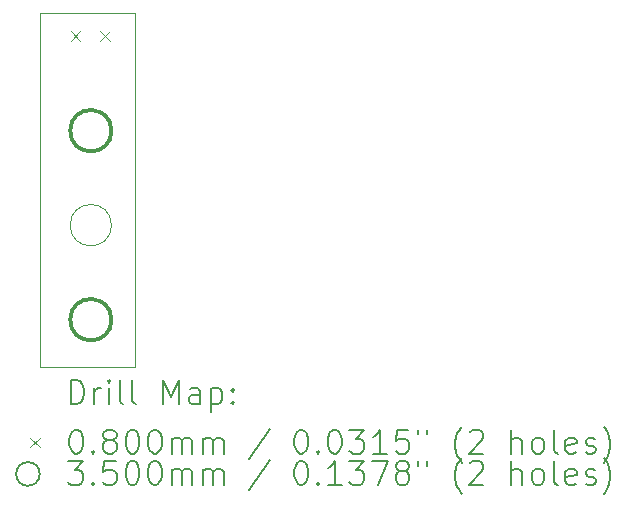
<source format=gbr>
%TF.GenerationSoftware,KiCad,Pcbnew,7.0.9*%
%TF.CreationDate,2024-01-07T20:37:43-07:00*%
%TF.ProjectId,screw_switch,73637265-775f-4737-9769-7463682e6b69,rev?*%
%TF.SameCoordinates,Original*%
%TF.FileFunction,Drillmap*%
%TF.FilePolarity,Positive*%
%FSLAX45Y45*%
G04 Gerber Fmt 4.5, Leading zero omitted, Abs format (unit mm)*
G04 Created by KiCad (PCBNEW 7.0.9) date 2024-01-07 20:37:43*
%MOMM*%
%LPD*%
G01*
G04 APERTURE LIST*
%ADD10C,0.050000*%
%ADD11C,0.200000*%
%ADD12C,0.100000*%
%ADD13C,0.350000*%
G04 APERTURE END LIST*
D10*
X15405047Y-9300000D02*
G75*
G03*
X15405047Y-9300000I-175047J0D01*
G01*
X14800000Y-7500000D02*
X15600000Y-7500000D01*
X15600000Y-10500000D01*
X14800000Y-10500000D01*
X14800000Y-7500000D01*
D11*
D12*
X15060110Y-7660360D02*
X15140110Y-7740360D01*
X15140110Y-7660360D02*
X15060110Y-7740360D01*
X15310110Y-7660360D02*
X15390110Y-7740360D01*
X15390110Y-7660360D02*
X15310110Y-7740360D01*
D13*
X15405110Y-8500360D02*
G75*
G03*
X15405110Y-8500360I-175000J0D01*
G01*
X15405110Y-10100360D02*
G75*
G03*
X15405110Y-10100360I-175000J0D01*
G01*
D11*
X15058277Y-10813984D02*
X15058277Y-10613984D01*
X15058277Y-10613984D02*
X15105896Y-10613984D01*
X15105896Y-10613984D02*
X15134467Y-10623508D01*
X15134467Y-10623508D02*
X15153515Y-10642555D01*
X15153515Y-10642555D02*
X15163039Y-10661603D01*
X15163039Y-10661603D02*
X15172562Y-10699698D01*
X15172562Y-10699698D02*
X15172562Y-10728270D01*
X15172562Y-10728270D02*
X15163039Y-10766365D01*
X15163039Y-10766365D02*
X15153515Y-10785412D01*
X15153515Y-10785412D02*
X15134467Y-10804460D01*
X15134467Y-10804460D02*
X15105896Y-10813984D01*
X15105896Y-10813984D02*
X15058277Y-10813984D01*
X15258277Y-10813984D02*
X15258277Y-10680650D01*
X15258277Y-10718746D02*
X15267801Y-10699698D01*
X15267801Y-10699698D02*
X15277324Y-10690174D01*
X15277324Y-10690174D02*
X15296372Y-10680650D01*
X15296372Y-10680650D02*
X15315420Y-10680650D01*
X15382086Y-10813984D02*
X15382086Y-10680650D01*
X15382086Y-10613984D02*
X15372562Y-10623508D01*
X15372562Y-10623508D02*
X15382086Y-10633031D01*
X15382086Y-10633031D02*
X15391610Y-10623508D01*
X15391610Y-10623508D02*
X15382086Y-10613984D01*
X15382086Y-10613984D02*
X15382086Y-10633031D01*
X15505896Y-10813984D02*
X15486848Y-10804460D01*
X15486848Y-10804460D02*
X15477324Y-10785412D01*
X15477324Y-10785412D02*
X15477324Y-10613984D01*
X15610658Y-10813984D02*
X15591610Y-10804460D01*
X15591610Y-10804460D02*
X15582086Y-10785412D01*
X15582086Y-10785412D02*
X15582086Y-10613984D01*
X15839229Y-10813984D02*
X15839229Y-10613984D01*
X15839229Y-10613984D02*
X15905896Y-10756841D01*
X15905896Y-10756841D02*
X15972562Y-10613984D01*
X15972562Y-10613984D02*
X15972562Y-10813984D01*
X16153515Y-10813984D02*
X16153515Y-10709222D01*
X16153515Y-10709222D02*
X16143991Y-10690174D01*
X16143991Y-10690174D02*
X16124943Y-10680650D01*
X16124943Y-10680650D02*
X16086848Y-10680650D01*
X16086848Y-10680650D02*
X16067801Y-10690174D01*
X16153515Y-10804460D02*
X16134467Y-10813984D01*
X16134467Y-10813984D02*
X16086848Y-10813984D01*
X16086848Y-10813984D02*
X16067801Y-10804460D01*
X16067801Y-10804460D02*
X16058277Y-10785412D01*
X16058277Y-10785412D02*
X16058277Y-10766365D01*
X16058277Y-10766365D02*
X16067801Y-10747317D01*
X16067801Y-10747317D02*
X16086848Y-10737793D01*
X16086848Y-10737793D02*
X16134467Y-10737793D01*
X16134467Y-10737793D02*
X16153515Y-10728270D01*
X16248753Y-10680650D02*
X16248753Y-10880650D01*
X16248753Y-10690174D02*
X16267801Y-10680650D01*
X16267801Y-10680650D02*
X16305896Y-10680650D01*
X16305896Y-10680650D02*
X16324943Y-10690174D01*
X16324943Y-10690174D02*
X16334467Y-10699698D01*
X16334467Y-10699698D02*
X16343991Y-10718746D01*
X16343991Y-10718746D02*
X16343991Y-10775889D01*
X16343991Y-10775889D02*
X16334467Y-10794936D01*
X16334467Y-10794936D02*
X16324943Y-10804460D01*
X16324943Y-10804460D02*
X16305896Y-10813984D01*
X16305896Y-10813984D02*
X16267801Y-10813984D01*
X16267801Y-10813984D02*
X16248753Y-10804460D01*
X16429705Y-10794936D02*
X16439229Y-10804460D01*
X16439229Y-10804460D02*
X16429705Y-10813984D01*
X16429705Y-10813984D02*
X16420182Y-10804460D01*
X16420182Y-10804460D02*
X16429705Y-10794936D01*
X16429705Y-10794936D02*
X16429705Y-10813984D01*
X16429705Y-10690174D02*
X16439229Y-10699698D01*
X16439229Y-10699698D02*
X16429705Y-10709222D01*
X16429705Y-10709222D02*
X16420182Y-10699698D01*
X16420182Y-10699698D02*
X16429705Y-10690174D01*
X16429705Y-10690174D02*
X16429705Y-10709222D01*
D12*
X14717500Y-11102500D02*
X14797500Y-11182500D01*
X14797500Y-11102500D02*
X14717500Y-11182500D01*
D11*
X15096372Y-11033984D02*
X15115420Y-11033984D01*
X15115420Y-11033984D02*
X15134467Y-11043508D01*
X15134467Y-11043508D02*
X15143991Y-11053031D01*
X15143991Y-11053031D02*
X15153515Y-11072079D01*
X15153515Y-11072079D02*
X15163039Y-11110174D01*
X15163039Y-11110174D02*
X15163039Y-11157793D01*
X15163039Y-11157793D02*
X15153515Y-11195888D01*
X15153515Y-11195888D02*
X15143991Y-11214936D01*
X15143991Y-11214936D02*
X15134467Y-11224460D01*
X15134467Y-11224460D02*
X15115420Y-11233984D01*
X15115420Y-11233984D02*
X15096372Y-11233984D01*
X15096372Y-11233984D02*
X15077324Y-11224460D01*
X15077324Y-11224460D02*
X15067801Y-11214936D01*
X15067801Y-11214936D02*
X15058277Y-11195888D01*
X15058277Y-11195888D02*
X15048753Y-11157793D01*
X15048753Y-11157793D02*
X15048753Y-11110174D01*
X15048753Y-11110174D02*
X15058277Y-11072079D01*
X15058277Y-11072079D02*
X15067801Y-11053031D01*
X15067801Y-11053031D02*
X15077324Y-11043508D01*
X15077324Y-11043508D02*
X15096372Y-11033984D01*
X15248753Y-11214936D02*
X15258277Y-11224460D01*
X15258277Y-11224460D02*
X15248753Y-11233984D01*
X15248753Y-11233984D02*
X15239229Y-11224460D01*
X15239229Y-11224460D02*
X15248753Y-11214936D01*
X15248753Y-11214936D02*
X15248753Y-11233984D01*
X15372562Y-11119698D02*
X15353515Y-11110174D01*
X15353515Y-11110174D02*
X15343991Y-11100650D01*
X15343991Y-11100650D02*
X15334467Y-11081603D01*
X15334467Y-11081603D02*
X15334467Y-11072079D01*
X15334467Y-11072079D02*
X15343991Y-11053031D01*
X15343991Y-11053031D02*
X15353515Y-11043508D01*
X15353515Y-11043508D02*
X15372562Y-11033984D01*
X15372562Y-11033984D02*
X15410658Y-11033984D01*
X15410658Y-11033984D02*
X15429705Y-11043508D01*
X15429705Y-11043508D02*
X15439229Y-11053031D01*
X15439229Y-11053031D02*
X15448753Y-11072079D01*
X15448753Y-11072079D02*
X15448753Y-11081603D01*
X15448753Y-11081603D02*
X15439229Y-11100650D01*
X15439229Y-11100650D02*
X15429705Y-11110174D01*
X15429705Y-11110174D02*
X15410658Y-11119698D01*
X15410658Y-11119698D02*
X15372562Y-11119698D01*
X15372562Y-11119698D02*
X15353515Y-11129222D01*
X15353515Y-11129222D02*
X15343991Y-11138746D01*
X15343991Y-11138746D02*
X15334467Y-11157793D01*
X15334467Y-11157793D02*
X15334467Y-11195888D01*
X15334467Y-11195888D02*
X15343991Y-11214936D01*
X15343991Y-11214936D02*
X15353515Y-11224460D01*
X15353515Y-11224460D02*
X15372562Y-11233984D01*
X15372562Y-11233984D02*
X15410658Y-11233984D01*
X15410658Y-11233984D02*
X15429705Y-11224460D01*
X15429705Y-11224460D02*
X15439229Y-11214936D01*
X15439229Y-11214936D02*
X15448753Y-11195888D01*
X15448753Y-11195888D02*
X15448753Y-11157793D01*
X15448753Y-11157793D02*
X15439229Y-11138746D01*
X15439229Y-11138746D02*
X15429705Y-11129222D01*
X15429705Y-11129222D02*
X15410658Y-11119698D01*
X15572562Y-11033984D02*
X15591610Y-11033984D01*
X15591610Y-11033984D02*
X15610658Y-11043508D01*
X15610658Y-11043508D02*
X15620182Y-11053031D01*
X15620182Y-11053031D02*
X15629705Y-11072079D01*
X15629705Y-11072079D02*
X15639229Y-11110174D01*
X15639229Y-11110174D02*
X15639229Y-11157793D01*
X15639229Y-11157793D02*
X15629705Y-11195888D01*
X15629705Y-11195888D02*
X15620182Y-11214936D01*
X15620182Y-11214936D02*
X15610658Y-11224460D01*
X15610658Y-11224460D02*
X15591610Y-11233984D01*
X15591610Y-11233984D02*
X15572562Y-11233984D01*
X15572562Y-11233984D02*
X15553515Y-11224460D01*
X15553515Y-11224460D02*
X15543991Y-11214936D01*
X15543991Y-11214936D02*
X15534467Y-11195888D01*
X15534467Y-11195888D02*
X15524943Y-11157793D01*
X15524943Y-11157793D02*
X15524943Y-11110174D01*
X15524943Y-11110174D02*
X15534467Y-11072079D01*
X15534467Y-11072079D02*
X15543991Y-11053031D01*
X15543991Y-11053031D02*
X15553515Y-11043508D01*
X15553515Y-11043508D02*
X15572562Y-11033984D01*
X15763039Y-11033984D02*
X15782086Y-11033984D01*
X15782086Y-11033984D02*
X15801134Y-11043508D01*
X15801134Y-11043508D02*
X15810658Y-11053031D01*
X15810658Y-11053031D02*
X15820182Y-11072079D01*
X15820182Y-11072079D02*
X15829705Y-11110174D01*
X15829705Y-11110174D02*
X15829705Y-11157793D01*
X15829705Y-11157793D02*
X15820182Y-11195888D01*
X15820182Y-11195888D02*
X15810658Y-11214936D01*
X15810658Y-11214936D02*
X15801134Y-11224460D01*
X15801134Y-11224460D02*
X15782086Y-11233984D01*
X15782086Y-11233984D02*
X15763039Y-11233984D01*
X15763039Y-11233984D02*
X15743991Y-11224460D01*
X15743991Y-11224460D02*
X15734467Y-11214936D01*
X15734467Y-11214936D02*
X15724943Y-11195888D01*
X15724943Y-11195888D02*
X15715420Y-11157793D01*
X15715420Y-11157793D02*
X15715420Y-11110174D01*
X15715420Y-11110174D02*
X15724943Y-11072079D01*
X15724943Y-11072079D02*
X15734467Y-11053031D01*
X15734467Y-11053031D02*
X15743991Y-11043508D01*
X15743991Y-11043508D02*
X15763039Y-11033984D01*
X15915420Y-11233984D02*
X15915420Y-11100650D01*
X15915420Y-11119698D02*
X15924943Y-11110174D01*
X15924943Y-11110174D02*
X15943991Y-11100650D01*
X15943991Y-11100650D02*
X15972563Y-11100650D01*
X15972563Y-11100650D02*
X15991610Y-11110174D01*
X15991610Y-11110174D02*
X16001134Y-11129222D01*
X16001134Y-11129222D02*
X16001134Y-11233984D01*
X16001134Y-11129222D02*
X16010658Y-11110174D01*
X16010658Y-11110174D02*
X16029705Y-11100650D01*
X16029705Y-11100650D02*
X16058277Y-11100650D01*
X16058277Y-11100650D02*
X16077324Y-11110174D01*
X16077324Y-11110174D02*
X16086848Y-11129222D01*
X16086848Y-11129222D02*
X16086848Y-11233984D01*
X16182086Y-11233984D02*
X16182086Y-11100650D01*
X16182086Y-11119698D02*
X16191610Y-11110174D01*
X16191610Y-11110174D02*
X16210658Y-11100650D01*
X16210658Y-11100650D02*
X16239229Y-11100650D01*
X16239229Y-11100650D02*
X16258277Y-11110174D01*
X16258277Y-11110174D02*
X16267801Y-11129222D01*
X16267801Y-11129222D02*
X16267801Y-11233984D01*
X16267801Y-11129222D02*
X16277324Y-11110174D01*
X16277324Y-11110174D02*
X16296372Y-11100650D01*
X16296372Y-11100650D02*
X16324943Y-11100650D01*
X16324943Y-11100650D02*
X16343991Y-11110174D01*
X16343991Y-11110174D02*
X16353515Y-11129222D01*
X16353515Y-11129222D02*
X16353515Y-11233984D01*
X16743991Y-11024460D02*
X16572563Y-11281603D01*
X17001134Y-11033984D02*
X17020182Y-11033984D01*
X17020182Y-11033984D02*
X17039229Y-11043508D01*
X17039229Y-11043508D02*
X17048753Y-11053031D01*
X17048753Y-11053031D02*
X17058277Y-11072079D01*
X17058277Y-11072079D02*
X17067801Y-11110174D01*
X17067801Y-11110174D02*
X17067801Y-11157793D01*
X17067801Y-11157793D02*
X17058277Y-11195888D01*
X17058277Y-11195888D02*
X17048753Y-11214936D01*
X17048753Y-11214936D02*
X17039229Y-11224460D01*
X17039229Y-11224460D02*
X17020182Y-11233984D01*
X17020182Y-11233984D02*
X17001134Y-11233984D01*
X17001134Y-11233984D02*
X16982087Y-11224460D01*
X16982087Y-11224460D02*
X16972563Y-11214936D01*
X16972563Y-11214936D02*
X16963039Y-11195888D01*
X16963039Y-11195888D02*
X16953515Y-11157793D01*
X16953515Y-11157793D02*
X16953515Y-11110174D01*
X16953515Y-11110174D02*
X16963039Y-11072079D01*
X16963039Y-11072079D02*
X16972563Y-11053031D01*
X16972563Y-11053031D02*
X16982087Y-11043508D01*
X16982087Y-11043508D02*
X17001134Y-11033984D01*
X17153515Y-11214936D02*
X17163039Y-11224460D01*
X17163039Y-11224460D02*
X17153515Y-11233984D01*
X17153515Y-11233984D02*
X17143991Y-11224460D01*
X17143991Y-11224460D02*
X17153515Y-11214936D01*
X17153515Y-11214936D02*
X17153515Y-11233984D01*
X17286848Y-11033984D02*
X17305896Y-11033984D01*
X17305896Y-11033984D02*
X17324944Y-11043508D01*
X17324944Y-11043508D02*
X17334468Y-11053031D01*
X17334468Y-11053031D02*
X17343991Y-11072079D01*
X17343991Y-11072079D02*
X17353515Y-11110174D01*
X17353515Y-11110174D02*
X17353515Y-11157793D01*
X17353515Y-11157793D02*
X17343991Y-11195888D01*
X17343991Y-11195888D02*
X17334468Y-11214936D01*
X17334468Y-11214936D02*
X17324944Y-11224460D01*
X17324944Y-11224460D02*
X17305896Y-11233984D01*
X17305896Y-11233984D02*
X17286848Y-11233984D01*
X17286848Y-11233984D02*
X17267801Y-11224460D01*
X17267801Y-11224460D02*
X17258277Y-11214936D01*
X17258277Y-11214936D02*
X17248753Y-11195888D01*
X17248753Y-11195888D02*
X17239229Y-11157793D01*
X17239229Y-11157793D02*
X17239229Y-11110174D01*
X17239229Y-11110174D02*
X17248753Y-11072079D01*
X17248753Y-11072079D02*
X17258277Y-11053031D01*
X17258277Y-11053031D02*
X17267801Y-11043508D01*
X17267801Y-11043508D02*
X17286848Y-11033984D01*
X17420182Y-11033984D02*
X17543991Y-11033984D01*
X17543991Y-11033984D02*
X17477325Y-11110174D01*
X17477325Y-11110174D02*
X17505896Y-11110174D01*
X17505896Y-11110174D02*
X17524944Y-11119698D01*
X17524944Y-11119698D02*
X17534468Y-11129222D01*
X17534468Y-11129222D02*
X17543991Y-11148270D01*
X17543991Y-11148270D02*
X17543991Y-11195888D01*
X17543991Y-11195888D02*
X17534468Y-11214936D01*
X17534468Y-11214936D02*
X17524944Y-11224460D01*
X17524944Y-11224460D02*
X17505896Y-11233984D01*
X17505896Y-11233984D02*
X17448753Y-11233984D01*
X17448753Y-11233984D02*
X17429706Y-11224460D01*
X17429706Y-11224460D02*
X17420182Y-11214936D01*
X17734468Y-11233984D02*
X17620182Y-11233984D01*
X17677325Y-11233984D02*
X17677325Y-11033984D01*
X17677325Y-11033984D02*
X17658277Y-11062555D01*
X17658277Y-11062555D02*
X17639229Y-11081603D01*
X17639229Y-11081603D02*
X17620182Y-11091127D01*
X17915420Y-11033984D02*
X17820182Y-11033984D01*
X17820182Y-11033984D02*
X17810658Y-11129222D01*
X17810658Y-11129222D02*
X17820182Y-11119698D01*
X17820182Y-11119698D02*
X17839229Y-11110174D01*
X17839229Y-11110174D02*
X17886849Y-11110174D01*
X17886849Y-11110174D02*
X17905896Y-11119698D01*
X17905896Y-11119698D02*
X17915420Y-11129222D01*
X17915420Y-11129222D02*
X17924944Y-11148270D01*
X17924944Y-11148270D02*
X17924944Y-11195888D01*
X17924944Y-11195888D02*
X17915420Y-11214936D01*
X17915420Y-11214936D02*
X17905896Y-11224460D01*
X17905896Y-11224460D02*
X17886849Y-11233984D01*
X17886849Y-11233984D02*
X17839229Y-11233984D01*
X17839229Y-11233984D02*
X17820182Y-11224460D01*
X17820182Y-11224460D02*
X17810658Y-11214936D01*
X18001134Y-11033984D02*
X18001134Y-11072079D01*
X18077325Y-11033984D02*
X18077325Y-11072079D01*
X18372563Y-11310174D02*
X18363039Y-11300650D01*
X18363039Y-11300650D02*
X18343991Y-11272079D01*
X18343991Y-11272079D02*
X18334468Y-11253031D01*
X18334468Y-11253031D02*
X18324944Y-11224460D01*
X18324944Y-11224460D02*
X18315420Y-11176841D01*
X18315420Y-11176841D02*
X18315420Y-11138746D01*
X18315420Y-11138746D02*
X18324944Y-11091127D01*
X18324944Y-11091127D02*
X18334468Y-11062555D01*
X18334468Y-11062555D02*
X18343991Y-11043508D01*
X18343991Y-11043508D02*
X18363039Y-11014936D01*
X18363039Y-11014936D02*
X18372563Y-11005412D01*
X18439230Y-11053031D02*
X18448753Y-11043508D01*
X18448753Y-11043508D02*
X18467801Y-11033984D01*
X18467801Y-11033984D02*
X18515420Y-11033984D01*
X18515420Y-11033984D02*
X18534468Y-11043508D01*
X18534468Y-11043508D02*
X18543991Y-11053031D01*
X18543991Y-11053031D02*
X18553515Y-11072079D01*
X18553515Y-11072079D02*
X18553515Y-11091127D01*
X18553515Y-11091127D02*
X18543991Y-11119698D01*
X18543991Y-11119698D02*
X18429706Y-11233984D01*
X18429706Y-11233984D02*
X18553515Y-11233984D01*
X18791611Y-11233984D02*
X18791611Y-11033984D01*
X18877325Y-11233984D02*
X18877325Y-11129222D01*
X18877325Y-11129222D02*
X18867801Y-11110174D01*
X18867801Y-11110174D02*
X18848753Y-11100650D01*
X18848753Y-11100650D02*
X18820182Y-11100650D01*
X18820182Y-11100650D02*
X18801134Y-11110174D01*
X18801134Y-11110174D02*
X18791611Y-11119698D01*
X19001134Y-11233984D02*
X18982087Y-11224460D01*
X18982087Y-11224460D02*
X18972563Y-11214936D01*
X18972563Y-11214936D02*
X18963039Y-11195888D01*
X18963039Y-11195888D02*
X18963039Y-11138746D01*
X18963039Y-11138746D02*
X18972563Y-11119698D01*
X18972563Y-11119698D02*
X18982087Y-11110174D01*
X18982087Y-11110174D02*
X19001134Y-11100650D01*
X19001134Y-11100650D02*
X19029706Y-11100650D01*
X19029706Y-11100650D02*
X19048753Y-11110174D01*
X19048753Y-11110174D02*
X19058277Y-11119698D01*
X19058277Y-11119698D02*
X19067801Y-11138746D01*
X19067801Y-11138746D02*
X19067801Y-11195888D01*
X19067801Y-11195888D02*
X19058277Y-11214936D01*
X19058277Y-11214936D02*
X19048753Y-11224460D01*
X19048753Y-11224460D02*
X19029706Y-11233984D01*
X19029706Y-11233984D02*
X19001134Y-11233984D01*
X19182087Y-11233984D02*
X19163039Y-11224460D01*
X19163039Y-11224460D02*
X19153515Y-11205412D01*
X19153515Y-11205412D02*
X19153515Y-11033984D01*
X19334468Y-11224460D02*
X19315420Y-11233984D01*
X19315420Y-11233984D02*
X19277325Y-11233984D01*
X19277325Y-11233984D02*
X19258277Y-11224460D01*
X19258277Y-11224460D02*
X19248753Y-11205412D01*
X19248753Y-11205412D02*
X19248753Y-11129222D01*
X19248753Y-11129222D02*
X19258277Y-11110174D01*
X19258277Y-11110174D02*
X19277325Y-11100650D01*
X19277325Y-11100650D02*
X19315420Y-11100650D01*
X19315420Y-11100650D02*
X19334468Y-11110174D01*
X19334468Y-11110174D02*
X19343992Y-11129222D01*
X19343992Y-11129222D02*
X19343992Y-11148270D01*
X19343992Y-11148270D02*
X19248753Y-11167317D01*
X19420182Y-11224460D02*
X19439230Y-11233984D01*
X19439230Y-11233984D02*
X19477325Y-11233984D01*
X19477325Y-11233984D02*
X19496373Y-11224460D01*
X19496373Y-11224460D02*
X19505896Y-11205412D01*
X19505896Y-11205412D02*
X19505896Y-11195888D01*
X19505896Y-11195888D02*
X19496373Y-11176841D01*
X19496373Y-11176841D02*
X19477325Y-11167317D01*
X19477325Y-11167317D02*
X19448753Y-11167317D01*
X19448753Y-11167317D02*
X19429706Y-11157793D01*
X19429706Y-11157793D02*
X19420182Y-11138746D01*
X19420182Y-11138746D02*
X19420182Y-11129222D01*
X19420182Y-11129222D02*
X19429706Y-11110174D01*
X19429706Y-11110174D02*
X19448753Y-11100650D01*
X19448753Y-11100650D02*
X19477325Y-11100650D01*
X19477325Y-11100650D02*
X19496373Y-11110174D01*
X19572563Y-11310174D02*
X19582087Y-11300650D01*
X19582087Y-11300650D02*
X19601134Y-11272079D01*
X19601134Y-11272079D02*
X19610658Y-11253031D01*
X19610658Y-11253031D02*
X19620182Y-11224460D01*
X19620182Y-11224460D02*
X19629706Y-11176841D01*
X19629706Y-11176841D02*
X19629706Y-11138746D01*
X19629706Y-11138746D02*
X19620182Y-11091127D01*
X19620182Y-11091127D02*
X19610658Y-11062555D01*
X19610658Y-11062555D02*
X19601134Y-11043508D01*
X19601134Y-11043508D02*
X19582087Y-11014936D01*
X19582087Y-11014936D02*
X19572563Y-11005412D01*
X14797500Y-11406500D02*
G75*
G03*
X14797500Y-11406500I-100000J0D01*
G01*
X15039229Y-11297984D02*
X15163039Y-11297984D01*
X15163039Y-11297984D02*
X15096372Y-11374174D01*
X15096372Y-11374174D02*
X15124943Y-11374174D01*
X15124943Y-11374174D02*
X15143991Y-11383698D01*
X15143991Y-11383698D02*
X15153515Y-11393222D01*
X15153515Y-11393222D02*
X15163039Y-11412269D01*
X15163039Y-11412269D02*
X15163039Y-11459888D01*
X15163039Y-11459888D02*
X15153515Y-11478936D01*
X15153515Y-11478936D02*
X15143991Y-11488460D01*
X15143991Y-11488460D02*
X15124943Y-11497984D01*
X15124943Y-11497984D02*
X15067801Y-11497984D01*
X15067801Y-11497984D02*
X15048753Y-11488460D01*
X15048753Y-11488460D02*
X15039229Y-11478936D01*
X15248753Y-11478936D02*
X15258277Y-11488460D01*
X15258277Y-11488460D02*
X15248753Y-11497984D01*
X15248753Y-11497984D02*
X15239229Y-11488460D01*
X15239229Y-11488460D02*
X15248753Y-11478936D01*
X15248753Y-11478936D02*
X15248753Y-11497984D01*
X15439229Y-11297984D02*
X15343991Y-11297984D01*
X15343991Y-11297984D02*
X15334467Y-11393222D01*
X15334467Y-11393222D02*
X15343991Y-11383698D01*
X15343991Y-11383698D02*
X15363039Y-11374174D01*
X15363039Y-11374174D02*
X15410658Y-11374174D01*
X15410658Y-11374174D02*
X15429705Y-11383698D01*
X15429705Y-11383698D02*
X15439229Y-11393222D01*
X15439229Y-11393222D02*
X15448753Y-11412269D01*
X15448753Y-11412269D02*
X15448753Y-11459888D01*
X15448753Y-11459888D02*
X15439229Y-11478936D01*
X15439229Y-11478936D02*
X15429705Y-11488460D01*
X15429705Y-11488460D02*
X15410658Y-11497984D01*
X15410658Y-11497984D02*
X15363039Y-11497984D01*
X15363039Y-11497984D02*
X15343991Y-11488460D01*
X15343991Y-11488460D02*
X15334467Y-11478936D01*
X15572562Y-11297984D02*
X15591610Y-11297984D01*
X15591610Y-11297984D02*
X15610658Y-11307508D01*
X15610658Y-11307508D02*
X15620182Y-11317031D01*
X15620182Y-11317031D02*
X15629705Y-11336079D01*
X15629705Y-11336079D02*
X15639229Y-11374174D01*
X15639229Y-11374174D02*
X15639229Y-11421793D01*
X15639229Y-11421793D02*
X15629705Y-11459888D01*
X15629705Y-11459888D02*
X15620182Y-11478936D01*
X15620182Y-11478936D02*
X15610658Y-11488460D01*
X15610658Y-11488460D02*
X15591610Y-11497984D01*
X15591610Y-11497984D02*
X15572562Y-11497984D01*
X15572562Y-11497984D02*
X15553515Y-11488460D01*
X15553515Y-11488460D02*
X15543991Y-11478936D01*
X15543991Y-11478936D02*
X15534467Y-11459888D01*
X15534467Y-11459888D02*
X15524943Y-11421793D01*
X15524943Y-11421793D02*
X15524943Y-11374174D01*
X15524943Y-11374174D02*
X15534467Y-11336079D01*
X15534467Y-11336079D02*
X15543991Y-11317031D01*
X15543991Y-11317031D02*
X15553515Y-11307508D01*
X15553515Y-11307508D02*
X15572562Y-11297984D01*
X15763039Y-11297984D02*
X15782086Y-11297984D01*
X15782086Y-11297984D02*
X15801134Y-11307508D01*
X15801134Y-11307508D02*
X15810658Y-11317031D01*
X15810658Y-11317031D02*
X15820182Y-11336079D01*
X15820182Y-11336079D02*
X15829705Y-11374174D01*
X15829705Y-11374174D02*
X15829705Y-11421793D01*
X15829705Y-11421793D02*
X15820182Y-11459888D01*
X15820182Y-11459888D02*
X15810658Y-11478936D01*
X15810658Y-11478936D02*
X15801134Y-11488460D01*
X15801134Y-11488460D02*
X15782086Y-11497984D01*
X15782086Y-11497984D02*
X15763039Y-11497984D01*
X15763039Y-11497984D02*
X15743991Y-11488460D01*
X15743991Y-11488460D02*
X15734467Y-11478936D01*
X15734467Y-11478936D02*
X15724943Y-11459888D01*
X15724943Y-11459888D02*
X15715420Y-11421793D01*
X15715420Y-11421793D02*
X15715420Y-11374174D01*
X15715420Y-11374174D02*
X15724943Y-11336079D01*
X15724943Y-11336079D02*
X15734467Y-11317031D01*
X15734467Y-11317031D02*
X15743991Y-11307508D01*
X15743991Y-11307508D02*
X15763039Y-11297984D01*
X15915420Y-11497984D02*
X15915420Y-11364650D01*
X15915420Y-11383698D02*
X15924943Y-11374174D01*
X15924943Y-11374174D02*
X15943991Y-11364650D01*
X15943991Y-11364650D02*
X15972563Y-11364650D01*
X15972563Y-11364650D02*
X15991610Y-11374174D01*
X15991610Y-11374174D02*
X16001134Y-11393222D01*
X16001134Y-11393222D02*
X16001134Y-11497984D01*
X16001134Y-11393222D02*
X16010658Y-11374174D01*
X16010658Y-11374174D02*
X16029705Y-11364650D01*
X16029705Y-11364650D02*
X16058277Y-11364650D01*
X16058277Y-11364650D02*
X16077324Y-11374174D01*
X16077324Y-11374174D02*
X16086848Y-11393222D01*
X16086848Y-11393222D02*
X16086848Y-11497984D01*
X16182086Y-11497984D02*
X16182086Y-11364650D01*
X16182086Y-11383698D02*
X16191610Y-11374174D01*
X16191610Y-11374174D02*
X16210658Y-11364650D01*
X16210658Y-11364650D02*
X16239229Y-11364650D01*
X16239229Y-11364650D02*
X16258277Y-11374174D01*
X16258277Y-11374174D02*
X16267801Y-11393222D01*
X16267801Y-11393222D02*
X16267801Y-11497984D01*
X16267801Y-11393222D02*
X16277324Y-11374174D01*
X16277324Y-11374174D02*
X16296372Y-11364650D01*
X16296372Y-11364650D02*
X16324943Y-11364650D01*
X16324943Y-11364650D02*
X16343991Y-11374174D01*
X16343991Y-11374174D02*
X16353515Y-11393222D01*
X16353515Y-11393222D02*
X16353515Y-11497984D01*
X16743991Y-11288460D02*
X16572563Y-11545603D01*
X17001134Y-11297984D02*
X17020182Y-11297984D01*
X17020182Y-11297984D02*
X17039229Y-11307508D01*
X17039229Y-11307508D02*
X17048753Y-11317031D01*
X17048753Y-11317031D02*
X17058277Y-11336079D01*
X17058277Y-11336079D02*
X17067801Y-11374174D01*
X17067801Y-11374174D02*
X17067801Y-11421793D01*
X17067801Y-11421793D02*
X17058277Y-11459888D01*
X17058277Y-11459888D02*
X17048753Y-11478936D01*
X17048753Y-11478936D02*
X17039229Y-11488460D01*
X17039229Y-11488460D02*
X17020182Y-11497984D01*
X17020182Y-11497984D02*
X17001134Y-11497984D01*
X17001134Y-11497984D02*
X16982087Y-11488460D01*
X16982087Y-11488460D02*
X16972563Y-11478936D01*
X16972563Y-11478936D02*
X16963039Y-11459888D01*
X16963039Y-11459888D02*
X16953515Y-11421793D01*
X16953515Y-11421793D02*
X16953515Y-11374174D01*
X16953515Y-11374174D02*
X16963039Y-11336079D01*
X16963039Y-11336079D02*
X16972563Y-11317031D01*
X16972563Y-11317031D02*
X16982087Y-11307508D01*
X16982087Y-11307508D02*
X17001134Y-11297984D01*
X17153515Y-11478936D02*
X17163039Y-11488460D01*
X17163039Y-11488460D02*
X17153515Y-11497984D01*
X17153515Y-11497984D02*
X17143991Y-11488460D01*
X17143991Y-11488460D02*
X17153515Y-11478936D01*
X17153515Y-11478936D02*
X17153515Y-11497984D01*
X17353515Y-11497984D02*
X17239229Y-11497984D01*
X17296372Y-11497984D02*
X17296372Y-11297984D01*
X17296372Y-11297984D02*
X17277325Y-11326555D01*
X17277325Y-11326555D02*
X17258277Y-11345603D01*
X17258277Y-11345603D02*
X17239229Y-11355127D01*
X17420182Y-11297984D02*
X17543991Y-11297984D01*
X17543991Y-11297984D02*
X17477325Y-11374174D01*
X17477325Y-11374174D02*
X17505896Y-11374174D01*
X17505896Y-11374174D02*
X17524944Y-11383698D01*
X17524944Y-11383698D02*
X17534468Y-11393222D01*
X17534468Y-11393222D02*
X17543991Y-11412269D01*
X17543991Y-11412269D02*
X17543991Y-11459888D01*
X17543991Y-11459888D02*
X17534468Y-11478936D01*
X17534468Y-11478936D02*
X17524944Y-11488460D01*
X17524944Y-11488460D02*
X17505896Y-11497984D01*
X17505896Y-11497984D02*
X17448753Y-11497984D01*
X17448753Y-11497984D02*
X17429706Y-11488460D01*
X17429706Y-11488460D02*
X17420182Y-11478936D01*
X17610658Y-11297984D02*
X17743991Y-11297984D01*
X17743991Y-11297984D02*
X17658277Y-11497984D01*
X17848753Y-11383698D02*
X17829706Y-11374174D01*
X17829706Y-11374174D02*
X17820182Y-11364650D01*
X17820182Y-11364650D02*
X17810658Y-11345603D01*
X17810658Y-11345603D02*
X17810658Y-11336079D01*
X17810658Y-11336079D02*
X17820182Y-11317031D01*
X17820182Y-11317031D02*
X17829706Y-11307508D01*
X17829706Y-11307508D02*
X17848753Y-11297984D01*
X17848753Y-11297984D02*
X17886849Y-11297984D01*
X17886849Y-11297984D02*
X17905896Y-11307508D01*
X17905896Y-11307508D02*
X17915420Y-11317031D01*
X17915420Y-11317031D02*
X17924944Y-11336079D01*
X17924944Y-11336079D02*
X17924944Y-11345603D01*
X17924944Y-11345603D02*
X17915420Y-11364650D01*
X17915420Y-11364650D02*
X17905896Y-11374174D01*
X17905896Y-11374174D02*
X17886849Y-11383698D01*
X17886849Y-11383698D02*
X17848753Y-11383698D01*
X17848753Y-11383698D02*
X17829706Y-11393222D01*
X17829706Y-11393222D02*
X17820182Y-11402746D01*
X17820182Y-11402746D02*
X17810658Y-11421793D01*
X17810658Y-11421793D02*
X17810658Y-11459888D01*
X17810658Y-11459888D02*
X17820182Y-11478936D01*
X17820182Y-11478936D02*
X17829706Y-11488460D01*
X17829706Y-11488460D02*
X17848753Y-11497984D01*
X17848753Y-11497984D02*
X17886849Y-11497984D01*
X17886849Y-11497984D02*
X17905896Y-11488460D01*
X17905896Y-11488460D02*
X17915420Y-11478936D01*
X17915420Y-11478936D02*
X17924944Y-11459888D01*
X17924944Y-11459888D02*
X17924944Y-11421793D01*
X17924944Y-11421793D02*
X17915420Y-11402746D01*
X17915420Y-11402746D02*
X17905896Y-11393222D01*
X17905896Y-11393222D02*
X17886849Y-11383698D01*
X18001134Y-11297984D02*
X18001134Y-11336079D01*
X18077325Y-11297984D02*
X18077325Y-11336079D01*
X18372563Y-11574174D02*
X18363039Y-11564650D01*
X18363039Y-11564650D02*
X18343991Y-11536079D01*
X18343991Y-11536079D02*
X18334468Y-11517031D01*
X18334468Y-11517031D02*
X18324944Y-11488460D01*
X18324944Y-11488460D02*
X18315420Y-11440841D01*
X18315420Y-11440841D02*
X18315420Y-11402746D01*
X18315420Y-11402746D02*
X18324944Y-11355127D01*
X18324944Y-11355127D02*
X18334468Y-11326555D01*
X18334468Y-11326555D02*
X18343991Y-11307508D01*
X18343991Y-11307508D02*
X18363039Y-11278936D01*
X18363039Y-11278936D02*
X18372563Y-11269412D01*
X18439230Y-11317031D02*
X18448753Y-11307508D01*
X18448753Y-11307508D02*
X18467801Y-11297984D01*
X18467801Y-11297984D02*
X18515420Y-11297984D01*
X18515420Y-11297984D02*
X18534468Y-11307508D01*
X18534468Y-11307508D02*
X18543991Y-11317031D01*
X18543991Y-11317031D02*
X18553515Y-11336079D01*
X18553515Y-11336079D02*
X18553515Y-11355127D01*
X18553515Y-11355127D02*
X18543991Y-11383698D01*
X18543991Y-11383698D02*
X18429706Y-11497984D01*
X18429706Y-11497984D02*
X18553515Y-11497984D01*
X18791611Y-11497984D02*
X18791611Y-11297984D01*
X18877325Y-11497984D02*
X18877325Y-11393222D01*
X18877325Y-11393222D02*
X18867801Y-11374174D01*
X18867801Y-11374174D02*
X18848753Y-11364650D01*
X18848753Y-11364650D02*
X18820182Y-11364650D01*
X18820182Y-11364650D02*
X18801134Y-11374174D01*
X18801134Y-11374174D02*
X18791611Y-11383698D01*
X19001134Y-11497984D02*
X18982087Y-11488460D01*
X18982087Y-11488460D02*
X18972563Y-11478936D01*
X18972563Y-11478936D02*
X18963039Y-11459888D01*
X18963039Y-11459888D02*
X18963039Y-11402746D01*
X18963039Y-11402746D02*
X18972563Y-11383698D01*
X18972563Y-11383698D02*
X18982087Y-11374174D01*
X18982087Y-11374174D02*
X19001134Y-11364650D01*
X19001134Y-11364650D02*
X19029706Y-11364650D01*
X19029706Y-11364650D02*
X19048753Y-11374174D01*
X19048753Y-11374174D02*
X19058277Y-11383698D01*
X19058277Y-11383698D02*
X19067801Y-11402746D01*
X19067801Y-11402746D02*
X19067801Y-11459888D01*
X19067801Y-11459888D02*
X19058277Y-11478936D01*
X19058277Y-11478936D02*
X19048753Y-11488460D01*
X19048753Y-11488460D02*
X19029706Y-11497984D01*
X19029706Y-11497984D02*
X19001134Y-11497984D01*
X19182087Y-11497984D02*
X19163039Y-11488460D01*
X19163039Y-11488460D02*
X19153515Y-11469412D01*
X19153515Y-11469412D02*
X19153515Y-11297984D01*
X19334468Y-11488460D02*
X19315420Y-11497984D01*
X19315420Y-11497984D02*
X19277325Y-11497984D01*
X19277325Y-11497984D02*
X19258277Y-11488460D01*
X19258277Y-11488460D02*
X19248753Y-11469412D01*
X19248753Y-11469412D02*
X19248753Y-11393222D01*
X19248753Y-11393222D02*
X19258277Y-11374174D01*
X19258277Y-11374174D02*
X19277325Y-11364650D01*
X19277325Y-11364650D02*
X19315420Y-11364650D01*
X19315420Y-11364650D02*
X19334468Y-11374174D01*
X19334468Y-11374174D02*
X19343992Y-11393222D01*
X19343992Y-11393222D02*
X19343992Y-11412269D01*
X19343992Y-11412269D02*
X19248753Y-11431317D01*
X19420182Y-11488460D02*
X19439230Y-11497984D01*
X19439230Y-11497984D02*
X19477325Y-11497984D01*
X19477325Y-11497984D02*
X19496373Y-11488460D01*
X19496373Y-11488460D02*
X19505896Y-11469412D01*
X19505896Y-11469412D02*
X19505896Y-11459888D01*
X19505896Y-11459888D02*
X19496373Y-11440841D01*
X19496373Y-11440841D02*
X19477325Y-11431317D01*
X19477325Y-11431317D02*
X19448753Y-11431317D01*
X19448753Y-11431317D02*
X19429706Y-11421793D01*
X19429706Y-11421793D02*
X19420182Y-11402746D01*
X19420182Y-11402746D02*
X19420182Y-11393222D01*
X19420182Y-11393222D02*
X19429706Y-11374174D01*
X19429706Y-11374174D02*
X19448753Y-11364650D01*
X19448753Y-11364650D02*
X19477325Y-11364650D01*
X19477325Y-11364650D02*
X19496373Y-11374174D01*
X19572563Y-11574174D02*
X19582087Y-11564650D01*
X19582087Y-11564650D02*
X19601134Y-11536079D01*
X19601134Y-11536079D02*
X19610658Y-11517031D01*
X19610658Y-11517031D02*
X19620182Y-11488460D01*
X19620182Y-11488460D02*
X19629706Y-11440841D01*
X19629706Y-11440841D02*
X19629706Y-11402746D01*
X19629706Y-11402746D02*
X19620182Y-11355127D01*
X19620182Y-11355127D02*
X19610658Y-11326555D01*
X19610658Y-11326555D02*
X19601134Y-11307508D01*
X19601134Y-11307508D02*
X19582087Y-11278936D01*
X19582087Y-11278936D02*
X19572563Y-11269412D01*
M02*

</source>
